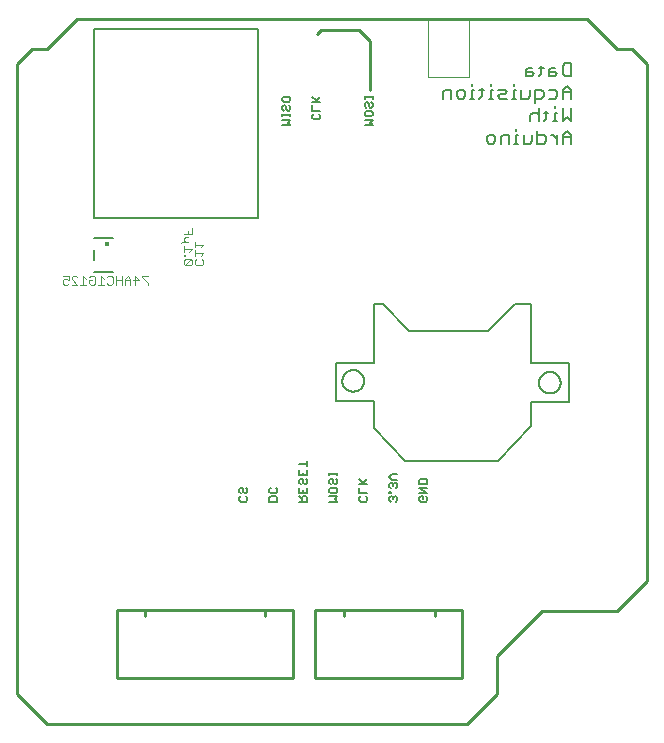
<source format=gbo>
G75*
%MOIN*%
%OFA0B0*%
%FSLAX25Y25*%
%IPPOS*%
%LPD*%
%AMOC8*
5,1,8,0,0,1.08239X$1,22.5*
%
%ADD10C,0.01000*%
%ADD11C,0.00600*%
%ADD12C,0.00800*%
%ADD13C,0.00500*%
%ADD14C,0.00700*%
%ADD15C,0.01768*%
%ADD16C,0.00300*%
%ADD17C,0.00000*%
D10*
X0011500Y0062524D02*
X0001500Y0072524D01*
X0001500Y0282524D01*
X0006500Y0287524D01*
X0011500Y0287524D01*
X0021500Y0297524D01*
X0191500Y0297524D01*
X0201500Y0287524D01*
X0206500Y0287524D01*
X0211500Y0282524D01*
X0211500Y0110024D01*
X0201500Y0100024D01*
X0176500Y0100024D01*
X0161500Y0085024D01*
X0161500Y0072524D01*
X0151500Y0062524D01*
X0011500Y0062524D01*
X0034669Y0077917D02*
X0034669Y0100555D01*
X0093331Y0100555D01*
X0093331Y0077917D01*
X0034669Y0077917D01*
X0043921Y0098360D02*
X0043921Y0100329D01*
X0084079Y0100329D02*
X0084079Y0098360D01*
X0100841Y0100555D02*
X0100841Y0077917D01*
X0149659Y0077917D01*
X0149659Y0100555D01*
X0100841Y0100555D01*
X0110289Y0100329D02*
X0110289Y0098360D01*
X0140604Y0098360D02*
X0140604Y0100329D01*
X0119000Y0273774D02*
X0119000Y0290024D01*
X0115250Y0293774D01*
X0102750Y0293774D01*
X0101500Y0292524D01*
D11*
X0102452Y0271612D02*
X0100717Y0269877D01*
X0101151Y0270311D02*
X0099850Y0271612D01*
X0099850Y0269877D02*
X0102452Y0269877D01*
X0102452Y0266931D02*
X0099850Y0266931D01*
X0099850Y0268665D01*
X0100284Y0265719D02*
X0099850Y0265285D01*
X0099850Y0264418D01*
X0100284Y0263984D01*
X0102019Y0263984D01*
X0102452Y0264418D01*
X0102452Y0265285D01*
X0102019Y0265719D01*
X0092452Y0265834D02*
X0092452Y0264966D01*
X0092452Y0265400D02*
X0089850Y0265400D01*
X0089850Y0264966D02*
X0089850Y0265834D01*
X0090284Y0266931D02*
X0089850Y0267364D01*
X0089850Y0268232D01*
X0090284Y0268665D01*
X0090717Y0268665D01*
X0091151Y0268232D01*
X0091151Y0267364D01*
X0091585Y0266931D01*
X0092019Y0266931D01*
X0092452Y0267364D01*
X0092452Y0268232D01*
X0092019Y0268665D01*
X0092019Y0269877D02*
X0090284Y0269877D01*
X0089850Y0270311D01*
X0089850Y0271178D01*
X0090284Y0271612D01*
X0092019Y0271612D01*
X0092452Y0271178D01*
X0092452Y0270311D01*
X0092019Y0269877D01*
X0092452Y0263755D02*
X0089850Y0263755D01*
X0089850Y0262020D02*
X0092452Y0262020D01*
X0091585Y0262887D01*
X0092452Y0263755D01*
X0117350Y0263755D02*
X0119952Y0263755D01*
X0119085Y0262887D01*
X0119952Y0262020D01*
X0117350Y0262020D01*
X0117784Y0264966D02*
X0117350Y0265400D01*
X0117350Y0266267D01*
X0117784Y0266701D01*
X0119519Y0266701D01*
X0119952Y0266267D01*
X0119952Y0265400D01*
X0119519Y0264966D01*
X0117784Y0264966D01*
X0117784Y0267913D02*
X0117350Y0268346D01*
X0117350Y0269214D01*
X0117784Y0269648D01*
X0118217Y0269648D01*
X0118651Y0269214D01*
X0118651Y0268346D01*
X0119085Y0267913D01*
X0119519Y0267913D01*
X0119952Y0268346D01*
X0119952Y0269214D01*
X0119519Y0269648D01*
X0119952Y0270859D02*
X0119952Y0271727D01*
X0119952Y0271293D02*
X0117350Y0271293D01*
X0117350Y0270859D02*
X0117350Y0271727D01*
X0098152Y0150095D02*
X0098152Y0148360D01*
X0098152Y0149227D02*
X0095550Y0149227D01*
X0095550Y0147148D02*
X0095550Y0145413D01*
X0098152Y0145413D01*
X0098152Y0147148D01*
X0096851Y0146281D02*
X0096851Y0145413D01*
X0096417Y0144201D02*
X0095984Y0144201D01*
X0095550Y0143768D01*
X0095550Y0142900D01*
X0095984Y0142467D01*
X0096851Y0142900D02*
X0096851Y0143768D01*
X0096417Y0144201D01*
X0097719Y0144201D02*
X0098152Y0143768D01*
X0098152Y0142900D01*
X0097719Y0142467D01*
X0097285Y0142467D01*
X0096851Y0142900D01*
X0095550Y0141255D02*
X0095550Y0139520D01*
X0098152Y0139520D01*
X0098152Y0141255D01*
X0096851Y0140388D02*
X0096851Y0139520D01*
X0096851Y0138308D02*
X0096417Y0137875D01*
X0096417Y0136574D01*
X0095550Y0136574D02*
X0098152Y0136574D01*
X0098152Y0137875D01*
X0097719Y0138308D01*
X0096851Y0138308D01*
X0096417Y0137441D02*
X0095550Y0138308D01*
X0088152Y0137875D02*
X0088152Y0136574D01*
X0085550Y0136574D01*
X0085550Y0137875D01*
X0085984Y0138308D01*
X0087719Y0138308D01*
X0088152Y0137875D01*
X0087719Y0139520D02*
X0085984Y0139520D01*
X0085550Y0139954D01*
X0085550Y0140821D01*
X0085984Y0141255D01*
X0087719Y0141255D02*
X0088152Y0140821D01*
X0088152Y0139954D01*
X0087719Y0139520D01*
X0078152Y0139954D02*
X0077719Y0139520D01*
X0077285Y0139520D01*
X0076851Y0139954D01*
X0076851Y0140821D01*
X0076417Y0141255D01*
X0075984Y0141255D01*
X0075550Y0140821D01*
X0075550Y0139954D01*
X0075984Y0139520D01*
X0075984Y0138308D02*
X0075550Y0137875D01*
X0075550Y0137007D01*
X0075984Y0136574D01*
X0077719Y0136574D01*
X0078152Y0137007D01*
X0078152Y0137875D01*
X0077719Y0138308D01*
X0078152Y0139954D02*
X0078152Y0140821D01*
X0077719Y0141255D01*
X0105550Y0140821D02*
X0105984Y0141255D01*
X0107719Y0141255D01*
X0108152Y0140821D01*
X0108152Y0139954D01*
X0107719Y0139520D01*
X0105984Y0139520D01*
X0105550Y0139954D01*
X0105550Y0140821D01*
X0105984Y0142467D02*
X0105550Y0142900D01*
X0105550Y0143768D01*
X0105984Y0144201D01*
X0106417Y0144201D01*
X0106851Y0143768D01*
X0106851Y0142900D01*
X0107285Y0142467D01*
X0107719Y0142467D01*
X0108152Y0142900D01*
X0108152Y0143768D01*
X0107719Y0144201D01*
X0108152Y0145413D02*
X0108152Y0146281D01*
X0108152Y0145847D02*
X0105550Y0145847D01*
X0105550Y0145413D02*
X0105550Y0146281D01*
X0105550Y0138308D02*
X0108152Y0138308D01*
X0107285Y0137441D01*
X0108152Y0136574D01*
X0105550Y0136574D01*
X0115550Y0137007D02*
X0115550Y0137875D01*
X0115984Y0138308D01*
X0115550Y0139520D02*
X0115550Y0141255D01*
X0115550Y0142467D02*
X0118152Y0142467D01*
X0116851Y0142900D02*
X0115550Y0144201D01*
X0116417Y0142467D02*
X0118152Y0144201D01*
X0118152Y0139520D02*
X0115550Y0139520D01*
X0117719Y0138308D02*
X0118152Y0137875D01*
X0118152Y0137007D01*
X0117719Y0136574D01*
X0115984Y0136574D01*
X0115550Y0137007D01*
X0125550Y0137007D02*
X0125984Y0136574D01*
X0125550Y0137007D02*
X0125550Y0137875D01*
X0125984Y0138308D01*
X0126417Y0138308D01*
X0126851Y0137875D01*
X0126851Y0137441D01*
X0126851Y0137875D02*
X0127285Y0138308D01*
X0127719Y0138308D01*
X0128152Y0137875D01*
X0128152Y0137007D01*
X0127719Y0136574D01*
X0125984Y0139520D02*
X0125550Y0139520D01*
X0125550Y0139954D01*
X0125984Y0139954D01*
X0125984Y0139520D01*
X0125984Y0140993D02*
X0125550Y0141427D01*
X0125550Y0142295D01*
X0125984Y0142728D01*
X0126417Y0142728D01*
X0126851Y0142295D01*
X0126851Y0141861D01*
X0126851Y0142295D02*
X0127285Y0142728D01*
X0127719Y0142728D01*
X0128152Y0142295D01*
X0128152Y0141427D01*
X0127719Y0140993D01*
X0128152Y0143940D02*
X0126417Y0143940D01*
X0125550Y0144807D01*
X0126417Y0145675D01*
X0128152Y0145675D01*
X0135550Y0143768D02*
X0135984Y0144201D01*
X0137719Y0144201D01*
X0138152Y0143768D01*
X0138152Y0142467D01*
X0135550Y0142467D01*
X0135550Y0143768D01*
X0135550Y0141255D02*
X0138152Y0141255D01*
X0138152Y0139520D02*
X0135550Y0141255D01*
X0135550Y0139520D02*
X0138152Y0139520D01*
X0137719Y0138308D02*
X0138152Y0137875D01*
X0138152Y0137007D01*
X0137719Y0136574D01*
X0135984Y0136574D01*
X0135550Y0137007D01*
X0135550Y0137875D01*
X0135984Y0138308D01*
X0136851Y0138308D01*
X0136851Y0137441D01*
D12*
X0158677Y0255924D02*
X0157976Y0256624D01*
X0157976Y0258025D01*
X0158677Y0258726D01*
X0160078Y0258726D01*
X0160778Y0258025D01*
X0160778Y0256624D01*
X0160078Y0255924D01*
X0158677Y0255924D01*
X0162580Y0255924D02*
X0162580Y0258025D01*
X0163281Y0258726D01*
X0165382Y0258726D01*
X0165382Y0255924D01*
X0167050Y0255924D02*
X0168452Y0255924D01*
X0167751Y0255924D02*
X0167751Y0258726D01*
X0168452Y0258726D01*
X0167751Y0260127D02*
X0167751Y0260828D01*
X0170253Y0258726D02*
X0170253Y0255924D01*
X0172355Y0255924D01*
X0173056Y0256624D01*
X0173056Y0258726D01*
X0174857Y0258726D02*
X0176959Y0258726D01*
X0177659Y0258025D01*
X0177659Y0256624D01*
X0176959Y0255924D01*
X0174857Y0255924D01*
X0174857Y0260127D01*
X0175358Y0263424D02*
X0175358Y0267627D01*
X0174657Y0266226D02*
X0175358Y0265525D01*
X0174657Y0266226D02*
X0173256Y0266226D01*
X0172555Y0265525D01*
X0172555Y0263424D01*
X0177026Y0263424D02*
X0177726Y0264124D01*
X0177726Y0266927D01*
X0177026Y0266226D02*
X0178427Y0266226D01*
X0180795Y0266226D02*
X0180795Y0263424D01*
X0180095Y0263424D02*
X0181496Y0263424D01*
X0183298Y0263424D02*
X0183298Y0267627D01*
X0181496Y0266226D02*
X0180795Y0266226D01*
X0180795Y0267627D02*
X0180795Y0268328D01*
X0180795Y0270924D02*
X0178694Y0270924D01*
X0176892Y0271624D02*
X0176192Y0270924D01*
X0174090Y0270924D01*
X0174090Y0269522D02*
X0174090Y0273726D01*
X0176192Y0273726D01*
X0176892Y0273025D01*
X0176892Y0271624D01*
X0178694Y0273726D02*
X0180795Y0273726D01*
X0181496Y0273025D01*
X0181496Y0271624D01*
X0180795Y0270924D01*
X0183298Y0270924D02*
X0183298Y0273726D01*
X0184699Y0275127D01*
X0186100Y0273726D01*
X0186100Y0270924D01*
X0186100Y0273025D02*
X0183298Y0273025D01*
X0183998Y0278424D02*
X0183298Y0279124D01*
X0183298Y0281927D01*
X0183998Y0282627D01*
X0186100Y0282627D01*
X0186100Y0278424D01*
X0183998Y0278424D01*
X0181496Y0279124D02*
X0180795Y0279825D01*
X0178694Y0279825D01*
X0178694Y0280525D02*
X0178694Y0278424D01*
X0180795Y0278424D01*
X0181496Y0279124D01*
X0180795Y0281226D02*
X0179394Y0281226D01*
X0178694Y0280525D01*
X0176892Y0281226D02*
X0175491Y0281226D01*
X0176192Y0281927D02*
X0176192Y0279124D01*
X0175491Y0278424D01*
X0173823Y0279124D02*
X0173122Y0279825D01*
X0171020Y0279825D01*
X0171020Y0280525D02*
X0171020Y0278424D01*
X0173122Y0278424D01*
X0173823Y0279124D01*
X0173122Y0281226D02*
X0171721Y0281226D01*
X0171020Y0280525D01*
X0166984Y0275828D02*
X0166984Y0275127D01*
X0166984Y0273726D02*
X0166984Y0270924D01*
X0167684Y0270924D02*
X0166283Y0270924D01*
X0164615Y0270924D02*
X0162513Y0270924D01*
X0161813Y0271624D01*
X0162513Y0272325D01*
X0163914Y0272325D01*
X0164615Y0273025D01*
X0163914Y0273726D01*
X0161813Y0273726D01*
X0160011Y0273726D02*
X0159311Y0273726D01*
X0159311Y0270924D01*
X0160011Y0270924D02*
X0158610Y0270924D01*
X0156241Y0271624D02*
X0155541Y0270924D01*
X0156241Y0271624D02*
X0156241Y0274427D01*
X0155541Y0273726D02*
X0156942Y0273726D01*
X0159311Y0275127D02*
X0159311Y0275828D01*
X0153873Y0273726D02*
X0153172Y0273726D01*
X0153172Y0270924D01*
X0153873Y0270924D02*
X0152471Y0270924D01*
X0150803Y0271624D02*
X0150103Y0270924D01*
X0148701Y0270924D01*
X0148001Y0271624D01*
X0148001Y0273025D01*
X0148701Y0273726D01*
X0150103Y0273726D01*
X0150803Y0273025D01*
X0150803Y0271624D01*
X0153172Y0275127D02*
X0153172Y0275828D01*
X0146199Y0273726D02*
X0146199Y0270924D01*
X0146199Y0273726D02*
X0144098Y0273726D01*
X0143397Y0273025D01*
X0143397Y0270924D01*
X0166984Y0273726D02*
X0167684Y0273726D01*
X0169486Y0273726D02*
X0169486Y0270924D01*
X0171588Y0270924D01*
X0172288Y0271624D01*
X0172288Y0273726D01*
X0179394Y0258726D02*
X0180095Y0258726D01*
X0181496Y0257325D01*
X0181496Y0255924D02*
X0181496Y0258726D01*
X0183298Y0258726D02*
X0183298Y0255924D01*
X0183298Y0258025D02*
X0186100Y0258025D01*
X0186100Y0258726D02*
X0184699Y0260127D01*
X0183298Y0258726D01*
X0186100Y0258726D02*
X0186100Y0255924D01*
X0186100Y0263424D02*
X0184699Y0264825D01*
X0183298Y0263424D01*
X0186100Y0263424D02*
X0186100Y0267627D01*
D13*
X0172720Y0202463D02*
X0167500Y0202463D01*
X0158500Y0193612D01*
X0131925Y0193612D01*
X0123500Y0202463D01*
X0120280Y0202463D01*
X0120280Y0182730D01*
X0107760Y0182730D01*
X0107760Y0170211D01*
X0120280Y0170211D01*
X0120280Y0161211D01*
X0130831Y0150053D01*
X0161563Y0150053D01*
X0172720Y0161817D01*
X0172720Y0169817D01*
X0185240Y0169817D01*
X0185240Y0182730D01*
X0172720Y0182730D01*
X0172720Y0202463D01*
X0175390Y0176274D02*
X0175392Y0176394D01*
X0175398Y0176514D01*
X0175408Y0176633D01*
X0175422Y0176752D01*
X0175440Y0176871D01*
X0175461Y0176989D01*
X0175487Y0177106D01*
X0175517Y0177222D01*
X0175550Y0177337D01*
X0175587Y0177451D01*
X0175628Y0177563D01*
X0175673Y0177675D01*
X0175722Y0177784D01*
X0175774Y0177892D01*
X0175829Y0177999D01*
X0175888Y0178103D01*
X0175951Y0178205D01*
X0176017Y0178305D01*
X0176086Y0178403D01*
X0176158Y0178499D01*
X0176234Y0178592D01*
X0176312Y0178682D01*
X0176394Y0178770D01*
X0176478Y0178855D01*
X0176565Y0178938D01*
X0176655Y0179017D01*
X0176748Y0179093D01*
X0176843Y0179166D01*
X0176940Y0179236D01*
X0177040Y0179303D01*
X0177141Y0179366D01*
X0177245Y0179426D01*
X0177351Y0179483D01*
X0177458Y0179536D01*
X0177568Y0179585D01*
X0177679Y0179631D01*
X0177791Y0179673D01*
X0177905Y0179711D01*
X0178019Y0179745D01*
X0178135Y0179776D01*
X0178252Y0179802D01*
X0178370Y0179825D01*
X0178488Y0179844D01*
X0178607Y0179859D01*
X0178727Y0179870D01*
X0178846Y0179877D01*
X0178966Y0179880D01*
X0179086Y0179879D01*
X0179206Y0179874D01*
X0179325Y0179865D01*
X0179444Y0179852D01*
X0179563Y0179835D01*
X0179681Y0179814D01*
X0179798Y0179790D01*
X0179915Y0179761D01*
X0180030Y0179729D01*
X0180144Y0179692D01*
X0180257Y0179652D01*
X0180369Y0179608D01*
X0180479Y0179561D01*
X0180588Y0179510D01*
X0180694Y0179455D01*
X0180799Y0179397D01*
X0180902Y0179335D01*
X0181003Y0179270D01*
X0181101Y0179202D01*
X0181197Y0179130D01*
X0181291Y0179056D01*
X0181382Y0178978D01*
X0181471Y0178897D01*
X0181556Y0178813D01*
X0181639Y0178727D01*
X0181719Y0178637D01*
X0181797Y0178546D01*
X0181870Y0178451D01*
X0181941Y0178355D01*
X0182009Y0178256D01*
X0182073Y0178154D01*
X0182134Y0178051D01*
X0182191Y0177946D01*
X0182245Y0177839D01*
X0182295Y0177730D01*
X0182342Y0177619D01*
X0182385Y0177507D01*
X0182424Y0177394D01*
X0182459Y0177279D01*
X0182490Y0177164D01*
X0182518Y0177047D01*
X0182542Y0176930D01*
X0182562Y0176811D01*
X0182578Y0176693D01*
X0182590Y0176573D01*
X0182598Y0176454D01*
X0182602Y0176334D01*
X0182602Y0176214D01*
X0182598Y0176094D01*
X0182590Y0175975D01*
X0182578Y0175855D01*
X0182562Y0175737D01*
X0182542Y0175618D01*
X0182518Y0175501D01*
X0182490Y0175384D01*
X0182459Y0175269D01*
X0182424Y0175154D01*
X0182385Y0175041D01*
X0182342Y0174929D01*
X0182295Y0174818D01*
X0182245Y0174709D01*
X0182191Y0174602D01*
X0182134Y0174497D01*
X0182073Y0174394D01*
X0182009Y0174292D01*
X0181941Y0174193D01*
X0181870Y0174097D01*
X0181797Y0174002D01*
X0181719Y0173911D01*
X0181639Y0173821D01*
X0181556Y0173735D01*
X0181471Y0173651D01*
X0181382Y0173570D01*
X0181291Y0173492D01*
X0181197Y0173418D01*
X0181101Y0173346D01*
X0181003Y0173278D01*
X0180902Y0173213D01*
X0180799Y0173151D01*
X0180694Y0173093D01*
X0180588Y0173038D01*
X0180479Y0172987D01*
X0180369Y0172940D01*
X0180257Y0172896D01*
X0180144Y0172856D01*
X0180030Y0172819D01*
X0179915Y0172787D01*
X0179798Y0172758D01*
X0179681Y0172734D01*
X0179563Y0172713D01*
X0179444Y0172696D01*
X0179325Y0172683D01*
X0179206Y0172674D01*
X0179086Y0172669D01*
X0178966Y0172668D01*
X0178846Y0172671D01*
X0178727Y0172678D01*
X0178607Y0172689D01*
X0178488Y0172704D01*
X0178370Y0172723D01*
X0178252Y0172746D01*
X0178135Y0172772D01*
X0178019Y0172803D01*
X0177905Y0172837D01*
X0177791Y0172875D01*
X0177679Y0172917D01*
X0177568Y0172963D01*
X0177458Y0173012D01*
X0177351Y0173065D01*
X0177245Y0173122D01*
X0177141Y0173182D01*
X0177040Y0173245D01*
X0176940Y0173312D01*
X0176843Y0173382D01*
X0176748Y0173455D01*
X0176655Y0173531D01*
X0176565Y0173610D01*
X0176478Y0173693D01*
X0176394Y0173778D01*
X0176312Y0173866D01*
X0176234Y0173956D01*
X0176158Y0174049D01*
X0176086Y0174145D01*
X0176017Y0174243D01*
X0175951Y0174343D01*
X0175888Y0174445D01*
X0175829Y0174549D01*
X0175774Y0174656D01*
X0175722Y0174764D01*
X0175673Y0174873D01*
X0175628Y0174985D01*
X0175587Y0175097D01*
X0175550Y0175211D01*
X0175517Y0175326D01*
X0175487Y0175442D01*
X0175461Y0175559D01*
X0175440Y0175677D01*
X0175422Y0175796D01*
X0175408Y0175915D01*
X0175398Y0176034D01*
X0175392Y0176154D01*
X0175390Y0176274D01*
X0109823Y0176880D02*
X0109825Y0177000D01*
X0109831Y0177120D01*
X0109841Y0177239D01*
X0109855Y0177358D01*
X0109873Y0177477D01*
X0109894Y0177595D01*
X0109920Y0177712D01*
X0109950Y0177828D01*
X0109983Y0177943D01*
X0110020Y0178057D01*
X0110061Y0178169D01*
X0110106Y0178281D01*
X0110155Y0178390D01*
X0110207Y0178498D01*
X0110262Y0178605D01*
X0110321Y0178709D01*
X0110384Y0178811D01*
X0110450Y0178911D01*
X0110519Y0179009D01*
X0110591Y0179105D01*
X0110667Y0179198D01*
X0110745Y0179288D01*
X0110827Y0179376D01*
X0110911Y0179461D01*
X0110998Y0179544D01*
X0111088Y0179623D01*
X0111181Y0179699D01*
X0111276Y0179772D01*
X0111373Y0179842D01*
X0111473Y0179909D01*
X0111574Y0179972D01*
X0111678Y0180032D01*
X0111784Y0180089D01*
X0111891Y0180142D01*
X0112001Y0180191D01*
X0112112Y0180237D01*
X0112224Y0180279D01*
X0112338Y0180317D01*
X0112452Y0180351D01*
X0112568Y0180382D01*
X0112685Y0180408D01*
X0112803Y0180431D01*
X0112921Y0180450D01*
X0113040Y0180465D01*
X0113160Y0180476D01*
X0113279Y0180483D01*
X0113399Y0180486D01*
X0113519Y0180485D01*
X0113639Y0180480D01*
X0113758Y0180471D01*
X0113877Y0180458D01*
X0113996Y0180441D01*
X0114114Y0180420D01*
X0114231Y0180396D01*
X0114348Y0180367D01*
X0114463Y0180335D01*
X0114577Y0180298D01*
X0114690Y0180258D01*
X0114802Y0180214D01*
X0114912Y0180167D01*
X0115021Y0180116D01*
X0115127Y0180061D01*
X0115232Y0180003D01*
X0115335Y0179941D01*
X0115436Y0179876D01*
X0115534Y0179808D01*
X0115630Y0179736D01*
X0115724Y0179662D01*
X0115815Y0179584D01*
X0115904Y0179503D01*
X0115989Y0179419D01*
X0116072Y0179333D01*
X0116152Y0179243D01*
X0116230Y0179152D01*
X0116303Y0179057D01*
X0116374Y0178961D01*
X0116442Y0178862D01*
X0116506Y0178760D01*
X0116567Y0178657D01*
X0116624Y0178552D01*
X0116678Y0178445D01*
X0116728Y0178336D01*
X0116775Y0178225D01*
X0116818Y0178113D01*
X0116857Y0178000D01*
X0116892Y0177885D01*
X0116923Y0177770D01*
X0116951Y0177653D01*
X0116975Y0177536D01*
X0116995Y0177417D01*
X0117011Y0177299D01*
X0117023Y0177179D01*
X0117031Y0177060D01*
X0117035Y0176940D01*
X0117035Y0176820D01*
X0117031Y0176700D01*
X0117023Y0176581D01*
X0117011Y0176461D01*
X0116995Y0176343D01*
X0116975Y0176224D01*
X0116951Y0176107D01*
X0116923Y0175990D01*
X0116892Y0175875D01*
X0116857Y0175760D01*
X0116818Y0175647D01*
X0116775Y0175535D01*
X0116728Y0175424D01*
X0116678Y0175315D01*
X0116624Y0175208D01*
X0116567Y0175103D01*
X0116506Y0175000D01*
X0116442Y0174898D01*
X0116374Y0174799D01*
X0116303Y0174703D01*
X0116230Y0174608D01*
X0116152Y0174517D01*
X0116072Y0174427D01*
X0115989Y0174341D01*
X0115904Y0174257D01*
X0115815Y0174176D01*
X0115724Y0174098D01*
X0115630Y0174024D01*
X0115534Y0173952D01*
X0115436Y0173884D01*
X0115335Y0173819D01*
X0115232Y0173757D01*
X0115127Y0173699D01*
X0115021Y0173644D01*
X0114912Y0173593D01*
X0114802Y0173546D01*
X0114690Y0173502D01*
X0114577Y0173462D01*
X0114463Y0173425D01*
X0114348Y0173393D01*
X0114231Y0173364D01*
X0114114Y0173340D01*
X0113996Y0173319D01*
X0113877Y0173302D01*
X0113758Y0173289D01*
X0113639Y0173280D01*
X0113519Y0173275D01*
X0113399Y0173274D01*
X0113279Y0173277D01*
X0113160Y0173284D01*
X0113040Y0173295D01*
X0112921Y0173310D01*
X0112803Y0173329D01*
X0112685Y0173352D01*
X0112568Y0173378D01*
X0112452Y0173409D01*
X0112338Y0173443D01*
X0112224Y0173481D01*
X0112112Y0173523D01*
X0112001Y0173569D01*
X0111891Y0173618D01*
X0111784Y0173671D01*
X0111678Y0173728D01*
X0111574Y0173788D01*
X0111473Y0173851D01*
X0111373Y0173918D01*
X0111276Y0173988D01*
X0111181Y0174061D01*
X0111088Y0174137D01*
X0110998Y0174216D01*
X0110911Y0174299D01*
X0110827Y0174384D01*
X0110745Y0174472D01*
X0110667Y0174562D01*
X0110591Y0174655D01*
X0110519Y0174751D01*
X0110450Y0174849D01*
X0110384Y0174949D01*
X0110321Y0175051D01*
X0110262Y0175155D01*
X0110207Y0175262D01*
X0110155Y0175370D01*
X0110106Y0175479D01*
X0110061Y0175591D01*
X0110020Y0175703D01*
X0109983Y0175817D01*
X0109950Y0175932D01*
X0109920Y0176048D01*
X0109894Y0176165D01*
X0109873Y0176283D01*
X0109855Y0176402D01*
X0109841Y0176521D01*
X0109831Y0176640D01*
X0109825Y0176760D01*
X0109823Y0176880D01*
X0081687Y0231274D02*
X0027159Y0231274D01*
X0027159Y0294069D01*
X0081687Y0294069D01*
X0081687Y0231274D01*
D14*
X0033441Y0224570D02*
X0027059Y0224570D01*
X0027059Y0220437D02*
X0027059Y0217111D01*
X0027059Y0212977D02*
X0033441Y0212977D01*
D15*
X0031303Y0222524D03*
D16*
X0031863Y0211826D02*
X0032830Y0211826D01*
X0033314Y0211342D01*
X0033314Y0209407D01*
X0032830Y0208924D01*
X0031863Y0208924D01*
X0031379Y0209407D01*
X0030367Y0208924D02*
X0028432Y0208924D01*
X0029400Y0208924D02*
X0029400Y0211826D01*
X0030367Y0210859D01*
X0031379Y0211342D02*
X0031863Y0211826D01*
X0034325Y0211826D02*
X0034325Y0208924D01*
X0034325Y0210375D02*
X0036260Y0210375D01*
X0037272Y0210375D02*
X0039207Y0210375D01*
X0039207Y0210859D02*
X0038239Y0211826D01*
X0037272Y0210859D01*
X0037272Y0208924D01*
X0036260Y0208924D02*
X0036260Y0211826D01*
X0039207Y0210859D02*
X0039207Y0208924D01*
X0040702Y0208924D02*
X0040702Y0211826D01*
X0042153Y0210375D01*
X0040219Y0210375D01*
X0043165Y0211342D02*
X0045100Y0209407D01*
X0045100Y0208924D01*
X0045100Y0211826D02*
X0043165Y0211826D01*
X0043165Y0211342D01*
X0056900Y0215907D02*
X0057384Y0215424D01*
X0059319Y0217359D01*
X0057384Y0217359D01*
X0056900Y0216875D01*
X0056900Y0215907D01*
X0057384Y0215424D02*
X0059319Y0215424D01*
X0059802Y0215907D01*
X0059802Y0216875D01*
X0059319Y0217359D01*
X0060650Y0216875D02*
X0061134Y0217359D01*
X0060650Y0216875D02*
X0060650Y0215907D01*
X0061134Y0215424D01*
X0063069Y0215424D01*
X0063552Y0215907D01*
X0063552Y0216875D01*
X0063069Y0217359D01*
X0062585Y0218370D02*
X0063552Y0219338D01*
X0060650Y0219338D01*
X0060650Y0220305D02*
X0060650Y0218370D01*
X0058835Y0219843D02*
X0059802Y0220811D01*
X0056900Y0220811D01*
X0056900Y0221778D02*
X0056900Y0219843D01*
X0056900Y0218854D02*
X0056900Y0218370D01*
X0057384Y0218370D01*
X0057384Y0218854D01*
X0056900Y0218854D01*
X0055933Y0222790D02*
X0056416Y0223274D01*
X0057384Y0223274D01*
X0056900Y0223757D01*
X0056900Y0224241D01*
X0057384Y0224725D01*
X0058351Y0224725D01*
X0058351Y0225736D02*
X0058351Y0226704D01*
X0056900Y0225736D02*
X0059802Y0225736D01*
X0059802Y0227671D01*
X0060650Y0223252D02*
X0060650Y0221317D01*
X0060650Y0222284D02*
X0063552Y0222284D01*
X0062585Y0221317D01*
X0058351Y0223274D02*
X0057384Y0223274D01*
X0027421Y0211342D02*
X0027421Y0209407D01*
X0026937Y0208924D01*
X0025970Y0208924D01*
X0025486Y0209407D01*
X0025486Y0210375D01*
X0026453Y0210375D01*
X0025486Y0211342D02*
X0025970Y0211826D01*
X0026937Y0211826D01*
X0027421Y0211342D01*
X0024474Y0210859D02*
X0023507Y0211826D01*
X0023507Y0208924D01*
X0024474Y0208924D02*
X0022539Y0208924D01*
X0021528Y0208924D02*
X0019593Y0210859D01*
X0019593Y0211342D01*
X0020077Y0211826D01*
X0021044Y0211826D01*
X0021528Y0211342D01*
X0021528Y0208924D02*
X0019593Y0208924D01*
X0018581Y0209407D02*
X0018098Y0208924D01*
X0017130Y0208924D01*
X0016646Y0209407D01*
X0016646Y0210375D01*
X0017130Y0210859D01*
X0017614Y0210859D01*
X0018581Y0210375D01*
X0018581Y0211826D01*
X0016646Y0211826D01*
D17*
X0138508Y0278144D02*
X0151992Y0278144D01*
X0151992Y0297391D01*
X0138508Y0297391D02*
X0138508Y0278144D01*
M02*

</source>
